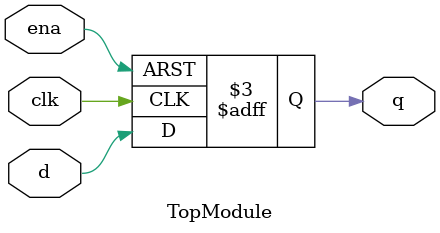
<source format=sv>

module TopModule (
  input d,
  input ena,
  input clk,
  output logic q
);

always @ (posedge clk or negedge ena) begin
    if (!ena) begin
        q <= 0;
    end else begin
        q <= d;
    end
end

endmodule

// VERILOG-EVAL: errant inclusion of module definition

</source>
